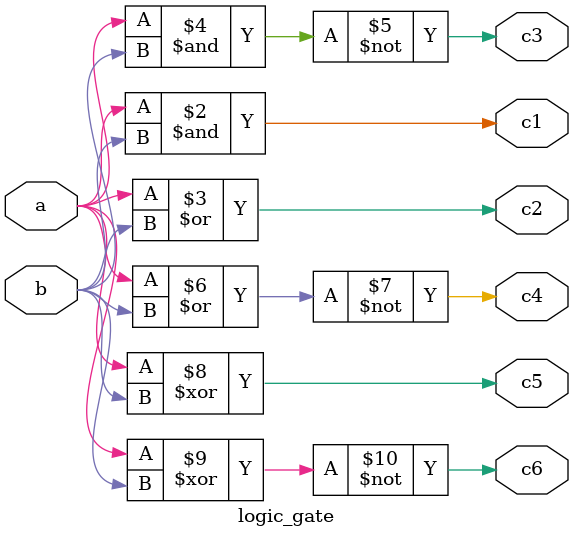
<source format=v>
`timescale 1ns / 1ps

module logic_gate(a,b,c1,c2,c3,c4,c5,c6);
 input a,b;
 output reg c1,c2,c3,c4,c5,c6;
 
 always @(*)
 begin
  c1 =  a&b;   // and
  c2 =  a|b;   // or
  c3 =  ~(a&b); // nand
  c4 =  ~(a|b); // nor
  c5 =  (a^b);  //xor
  c6 =  ~(a^b); // nor

 end
endmodule

</source>
